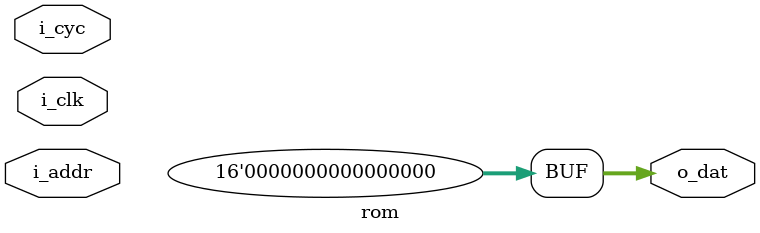
<source format=v>
module rom(
    i_clk,
    o_dat,
    i_addr,
    i_cyc
);

input         i_clk;
input         i_cyc;
input   [7:0] i_addr;
output [15:0] o_dat;

always @(*)
begin
    case(i_addr)
`include "romdata.v"
        default: o_dat = 16'd0;
    endcase
end

endmodule

</source>
